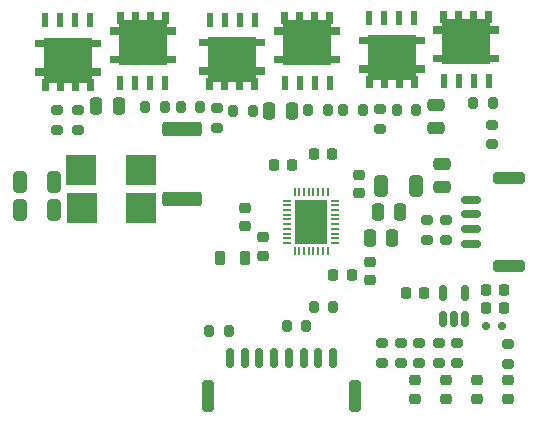
<source format=gbr>
%TF.GenerationSoftware,KiCad,Pcbnew,8.0.6+1*%
%TF.CreationDate,2025-01-11T23:51:09+00:00*%
%TF.ProjectId,TFESC02,54464553-4330-4322-9e6b-696361645f70,01A*%
%TF.SameCoordinates,Original*%
%TF.FileFunction,Paste,Top*%
%TF.FilePolarity,Positive*%
%FSLAX46Y46*%
G04 Gerber Fmt 4.6, Leading zero omitted, Abs format (unit mm)*
G04 Created by KiCad (PCBNEW 8.0.6+1) date 2025-01-11 23:51:09*
%MOMM*%
%LPD*%
G01*
G04 APERTURE LIST*
G04 Aperture macros list*
%AMRoundRect*
0 Rectangle with rounded corners*
0 $1 Rounding radius*
0 $2 $3 $4 $5 $6 $7 $8 $9 X,Y pos of 4 corners*
0 Add a 4 corners polygon primitive as box body*
4,1,4,$2,$3,$4,$5,$6,$7,$8,$9,$2,$3,0*
0 Add four circle primitives for the rounded corners*
1,1,$1+$1,$2,$3*
1,1,$1+$1,$4,$5*
1,1,$1+$1,$6,$7*
1,1,$1+$1,$8,$9*
0 Add four rect primitives between the rounded corners*
20,1,$1+$1,$2,$3,$4,$5,0*
20,1,$1+$1,$4,$5,$6,$7,0*
20,1,$1+$1,$6,$7,$8,$9,0*
20,1,$1+$1,$8,$9,$2,$3,0*%
%AMFreePoly0*
4,1,37,-1.390000,2.050000,0.435000,2.050000,0.435000,2.805000,1.035000,2.805000,1.035000,2.050000,1.215000,2.050000,1.215000,-2.050000,1.035000,-2.050000,1.035000,-2.805000,0.435000,-2.805000,0.435000,-2.050000,-1.390000,-2.050000,-1.390000,-2.805000,-1.990000,-2.805000,-1.990000,-2.050000,-2.285000,-2.050000,-2.285000,-2.210000,-3.305000,-2.210000,-3.305000,-1.600000,-2.595000,-1.600000,
-2.595000,-0.940000,-3.305000,-0.940000,-3.305000,-0.330000,-2.595000,-0.330000,-2.595000,0.330000,-3.305000,0.330000,-3.305000,0.940000,-2.595000,0.940000,-2.595000,1.600000,-3.305000,1.600000,-3.305000,2.210000,-2.285000,2.210000,-2.285000,2.050000,-1.990000,2.050000,-1.990000,2.805000,-1.390000,2.805000,-1.390000,2.050000,-1.390000,2.050000,$1*%
G04 Aperture macros list end*
%ADD10RoundRect,0.225000X0.250000X-0.225000X0.250000X0.225000X-0.250000X0.225000X-0.250000X-0.225000X0*%
%ADD11RoundRect,0.225000X0.225000X0.250000X-0.225000X0.250000X-0.225000X-0.250000X0.225000X-0.250000X0*%
%ADD12RoundRect,0.200000X0.200000X0.275000X-0.200000X0.275000X-0.200000X-0.275000X0.200000X-0.275000X0*%
%ADD13R,0.610000X1.270000*%
%ADD14FreePoly0,90.000000*%
%ADD15RoundRect,0.150000X0.700000X-0.150000X0.700000X0.150000X-0.700000X0.150000X-0.700000X-0.150000X0*%
%ADD16RoundRect,0.250000X1.100000X-0.250000X1.100000X0.250000X-1.100000X0.250000X-1.100000X-0.250000X0*%
%ADD17RoundRect,0.200000X-0.275000X0.200000X-0.275000X-0.200000X0.275000X-0.200000X0.275000X0.200000X0*%
%ADD18RoundRect,0.200000X-0.200000X-0.275000X0.200000X-0.275000X0.200000X0.275000X-0.200000X0.275000X0*%
%ADD19R,2.550160X2.499360*%
%ADD20RoundRect,0.225000X-0.225000X-0.250000X0.225000X-0.250000X0.225000X0.250000X-0.225000X0.250000X0*%
%ADD21R,0.800000X0.200000*%
%ADD22R,0.200000X0.800000*%
%ADD23R,2.800000X3.800000*%
%ADD24RoundRect,0.218750X0.256250X-0.218750X0.256250X0.218750X-0.256250X0.218750X-0.256250X-0.218750X0*%
%ADD25RoundRect,0.250000X-0.475000X0.250000X-0.475000X-0.250000X0.475000X-0.250000X0.475000X0.250000X0*%
%ADD26RoundRect,0.200000X0.275000X-0.200000X0.275000X0.200000X-0.275000X0.200000X-0.275000X-0.200000X0*%
%ADD27RoundRect,0.250000X-1.425000X0.362500X-1.425000X-0.362500X1.425000X-0.362500X1.425000X0.362500X0*%
%ADD28RoundRect,0.250000X0.325000X0.650000X-0.325000X0.650000X-0.325000X-0.650000X0.325000X-0.650000X0*%
%ADD29RoundRect,0.225000X-0.250000X0.225000X-0.250000X-0.225000X0.250000X-0.225000X0.250000X0.225000X0*%
%ADD30RoundRect,0.250000X-0.250000X-0.475000X0.250000X-0.475000X0.250000X0.475000X-0.250000X0.475000X0*%
%ADD31FreePoly0,270.000000*%
%ADD32RoundRect,0.150000X0.150000X-0.512500X0.150000X0.512500X-0.150000X0.512500X-0.150000X-0.512500X0*%
%ADD33RoundRect,0.250000X-0.325000X-0.650000X0.325000X-0.650000X0.325000X0.650000X-0.325000X0.650000X0*%
%ADD34RoundRect,0.150000X-0.150000X-0.700000X0.150000X-0.700000X0.150000X0.700000X-0.150000X0.700000X0*%
%ADD35RoundRect,0.250000X-0.250000X-1.100000X0.250000X-1.100000X0.250000X1.100000X-0.250000X1.100000X0*%
%ADD36RoundRect,0.150000X0.150000X0.200000X-0.150000X0.200000X-0.150000X-0.200000X0.150000X-0.200000X0*%
%ADD37RoundRect,0.250000X0.475000X-0.250000X0.475000X0.250000X-0.475000X0.250000X-0.475000X-0.250000X0*%
%ADD38RoundRect,0.218750X0.218750X0.381250X-0.218750X0.381250X-0.218750X-0.381250X0.218750X-0.381250X0*%
G04 APERTURE END LIST*
D10*
%TO.C,C10*%
X153400000Y-130500000D03*
X153400000Y-128950000D03*
%TD*%
D11*
%TO.C,C11*%
X151075000Y-127200000D03*
X149525000Y-127200000D03*
%TD*%
D12*
%TO.C,R13*%
X153682200Y-123469400D03*
X152032200Y-123469400D03*
%TD*%
D13*
%TO.C,Q5*%
X128065000Y-115830000D03*
X129335000Y-115830000D03*
X130605000Y-115830000D03*
X126795000Y-115830000D03*
D14*
X128700000Y-118500000D03*
%TD*%
D15*
%TO.C,J1*%
X162850000Y-134775000D03*
X162850000Y-133525000D03*
X162850000Y-132275000D03*
X162850000Y-131025000D03*
D16*
X166050000Y-136625000D03*
X166050000Y-129175000D03*
%TD*%
D11*
%TO.C,C12*%
X147725000Y-128100000D03*
X146175000Y-128100000D03*
%TD*%
D17*
%TO.C,R5*%
X160100000Y-143175000D03*
X160100000Y-144825000D03*
%TD*%
D18*
%TO.C,R6*%
X147225000Y-141725000D03*
X148875000Y-141725000D03*
%TD*%
D19*
%TO.C,C20*%
X129875240Y-131725000D03*
X134924760Y-131725000D03*
%TD*%
D20*
%TO.C,C2*%
X164125000Y-140200000D03*
X165675000Y-140200000D03*
%TD*%
D10*
%TO.C,C13*%
X145275000Y-135775000D03*
X145275000Y-134225000D03*
%TD*%
D13*
%TO.C,Q1*%
X155490000Y-115630000D03*
X156760000Y-115630000D03*
X158030000Y-115630000D03*
X154220000Y-115630000D03*
D14*
X156125000Y-118300000D03*
%TD*%
D17*
%TO.C,R7*%
X155300000Y-143175000D03*
X155300000Y-144825000D03*
%TD*%
D21*
%TO.C,IC1*%
X151300000Y-134700000D03*
X151300000Y-134300000D03*
X151300000Y-133900000D03*
X151300000Y-133500000D03*
X151300000Y-133100000D03*
X151300000Y-132700000D03*
X151300000Y-132300000D03*
X151300000Y-131900000D03*
X151300000Y-131500000D03*
X151300000Y-131100000D03*
D22*
X150700000Y-130400000D03*
X150300000Y-130400000D03*
X149900000Y-130400000D03*
X149500000Y-130400000D03*
X149100000Y-130400000D03*
X148700000Y-130400000D03*
X148300000Y-130400000D03*
X147900000Y-130400000D03*
D21*
X147300000Y-131100000D03*
X147300000Y-131500000D03*
X147300000Y-131900000D03*
X147300000Y-132300000D03*
X147300000Y-132700000D03*
X147300000Y-133100000D03*
X147300000Y-133500000D03*
X147300000Y-133900000D03*
X147300000Y-134300000D03*
X147300000Y-134700000D03*
D22*
X147900000Y-135400000D03*
X148300000Y-135400000D03*
X148700000Y-135400000D03*
X149100000Y-135400000D03*
X149500000Y-135400000D03*
X149900000Y-135400000D03*
X150300000Y-135400000D03*
X150700000Y-135400000D03*
D23*
X149300000Y-132900000D03*
%TD*%
D12*
%TO.C,R12*%
X144350000Y-123500000D03*
X142700000Y-123500000D03*
%TD*%
D24*
%TO.C,D2*%
X163366666Y-147887500D03*
X163366666Y-146312500D03*
%TD*%
D25*
%TO.C,C16*%
X159893000Y-123027401D03*
X159893000Y-124927399D03*
%TD*%
D26*
%TO.C,R16*%
X159100000Y-134425000D03*
X159100000Y-132775000D03*
%TD*%
D27*
%TO.C,R_SENSE1*%
X138375000Y-125062500D03*
X138375000Y-130987500D03*
%TD*%
D18*
%TO.C,R8*%
X149525000Y-140150000D03*
X151175000Y-140150000D03*
%TD*%
D13*
%TO.C,Q3*%
X141990000Y-115780000D03*
X143260000Y-115780000D03*
X144530000Y-115780000D03*
X140720000Y-115780000D03*
D14*
X142625000Y-118450000D03*
%TD*%
D17*
%TO.C,R9*%
X158400000Y-143175000D03*
X158400000Y-144825000D03*
%TD*%
%TO.C,R3*%
X156900000Y-143175000D03*
X156900000Y-144825000D03*
%TD*%
D28*
%TO.C,C6*%
X127575000Y-129525000D03*
X124625000Y-129525000D03*
%TD*%
D19*
%TO.C,C18*%
X129863170Y-128524000D03*
X134912690Y-128524000D03*
%TD*%
D17*
%TO.C,R22*%
X129575000Y-123475000D03*
X129575000Y-125125000D03*
%TD*%
D20*
%TO.C,C9*%
X151200000Y-137425000D03*
X152750000Y-137425000D03*
%TD*%
D17*
%TO.C,R19*%
X141300000Y-123300000D03*
X141300000Y-124950000D03*
%TD*%
D26*
%TO.C,R17*%
X160700000Y-134425000D03*
X160700000Y-132775000D03*
%TD*%
%TO.C,R14*%
X127775000Y-125100000D03*
X127775000Y-123450000D03*
%TD*%
D29*
%TO.C,C7*%
X154279600Y-136283400D03*
X154279600Y-137833400D03*
%TD*%
D30*
%TO.C,C14*%
X145750000Y-123500000D03*
X147650000Y-123500000D03*
%TD*%
D24*
%TO.C,D4*%
X160733333Y-147887500D03*
X160733333Y-146312500D03*
%TD*%
D20*
%TO.C,C1*%
X164125000Y-138700000D03*
X165675000Y-138700000D03*
%TD*%
D12*
%TO.C,R21*%
X164700000Y-122800000D03*
X163050000Y-122800000D03*
%TD*%
%TO.C,R18*%
X150710400Y-123469400D03*
X149060400Y-123469400D03*
%TD*%
%TO.C,R10*%
X158200000Y-123400000D03*
X156550000Y-123400000D03*
%TD*%
D30*
%TO.C,C3*%
X154294801Y-134239000D03*
X156194799Y-134239000D03*
%TD*%
D13*
%TO.C,Q2*%
X163085000Y-120995000D03*
X161815000Y-120995000D03*
X160545000Y-120995000D03*
X164355000Y-120995000D03*
D31*
X162450000Y-118325000D03*
%TD*%
D13*
%TO.C,Q4*%
X149610000Y-121120000D03*
X148340000Y-121120000D03*
X147070000Y-121120000D03*
X150880000Y-121120000D03*
D31*
X148975000Y-118450000D03*
%TD*%
D17*
%TO.C,R1*%
X166000000Y-143250000D03*
X166000000Y-144900000D03*
%TD*%
D32*
%TO.C,U1*%
X160450000Y-141162500D03*
X161400000Y-141162500D03*
X162350000Y-141162500D03*
X162350000Y-138887500D03*
X160450000Y-138887500D03*
%TD*%
D24*
%TO.C,D5*%
X158100000Y-147887500D03*
X158100000Y-146312500D03*
%TD*%
D30*
%TO.C,C15*%
X131104600Y-123113800D03*
X133004600Y-123113800D03*
%TD*%
D33*
%TO.C,C8*%
X155217600Y-129844800D03*
X158167600Y-129844800D03*
%TD*%
D29*
%TO.C,C17*%
X143725000Y-131725000D03*
X143725000Y-133275000D03*
%TD*%
D12*
%TO.C,R15*%
X139900000Y-123200000D03*
X138250000Y-123200000D03*
%TD*%
D17*
%TO.C,R2*%
X161700000Y-143175000D03*
X161700000Y-144825000D03*
%TD*%
D13*
%TO.C,Q6*%
X135685000Y-121145000D03*
X134415000Y-121145000D03*
X133145000Y-121145000D03*
X136955000Y-121145000D03*
D31*
X135050000Y-118475000D03*
%TD*%
D34*
%TO.C,J4*%
X142425000Y-144450000D03*
X143675000Y-144450000D03*
X144925000Y-144450000D03*
X146175000Y-144450000D03*
X147425000Y-144450000D03*
X148675000Y-144450000D03*
X149925000Y-144450000D03*
X151175000Y-144450000D03*
D35*
X140575000Y-147650000D03*
X153025000Y-147650000D03*
%TD*%
D36*
%TO.C,D3*%
X164100000Y-141700000D03*
X165500000Y-141700000D03*
%TD*%
D12*
%TO.C,R23*%
X136900000Y-123200000D03*
X135250000Y-123200000D03*
%TD*%
D24*
%TO.C,D1*%
X166000000Y-147887500D03*
X166000000Y-146312500D03*
%TD*%
D37*
%TO.C,C21*%
X160426400Y-129931200D03*
X160426400Y-128031200D03*
%TD*%
D26*
%TO.C,R11*%
X164650000Y-126350000D03*
X164650000Y-124700000D03*
%TD*%
D17*
%TO.C,R20*%
X155100000Y-123375000D03*
X155100000Y-125025000D03*
%TD*%
D12*
%TO.C,R4*%
X142350000Y-142150000D03*
X140700000Y-142150000D03*
%TD*%
D30*
%TO.C,C4*%
X154929801Y-132054600D03*
X156829799Y-132054600D03*
%TD*%
D38*
%TO.C,L1*%
X143687500Y-135925000D03*
X141562500Y-135925000D03*
%TD*%
D11*
%TO.C,C5*%
X158875000Y-138900000D03*
X157325000Y-138900000D03*
%TD*%
D28*
%TO.C,C19*%
X127575000Y-131925000D03*
X124625000Y-131925000D03*
%TD*%
M02*

</source>
